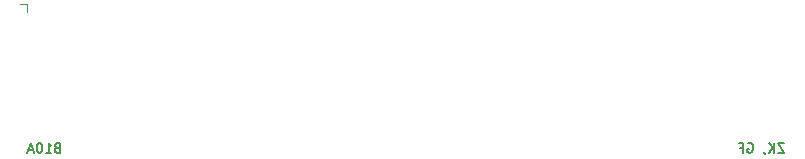
<source format=gbo>
G04 #@! TF.GenerationSoftware,KiCad,Pcbnew,7.0.10*
G04 #@! TF.CreationDate,2024-03-18T20:49:09-04:00*
G04 #@! TF.ProjectId,GR8RAM,47523852-414d-42e6-9b69-6361645f7063,1.0*
G04 #@! TF.SameCoordinates,Original*
G04 #@! TF.FileFunction,Legend,Bot*
G04 #@! TF.FilePolarity,Positive*
%FSLAX46Y46*%
G04 Gerber Fmt 4.6, Leading zero omitted, Abs format (unit mm)*
G04 Created by KiCad (PCBNEW 7.0.10) date 2024-03-18 20:49:09*
%MOMM*%
%LPD*%
G01*
G04 APERTURE LIST*
G04 Aperture macros list*
%AMRoundRect*
0 Rectangle with rounded corners*
0 $1 Rounding radius*
0 $2 $3 $4 $5 $6 $7 $8 $9 X,Y pos of 4 corners*
0 Add a 4 corners polygon primitive as box body*
4,1,4,$2,$3,$4,$5,$6,$7,$8,$9,$2,$3,0*
0 Add four circle primitives for the rounded corners*
1,1,$1+$1,$2,$3*
1,1,$1+$1,$4,$5*
1,1,$1+$1,$6,$7*
1,1,$1+$1,$8,$9*
0 Add four rect primitives between the rounded corners*
20,1,$1+$1,$2,$3,$4,$5,0*
20,1,$1+$1,$4,$5,$6,$7,0*
20,1,$1+$1,$6,$7,$8,$9,0*
20,1,$1+$1,$8,$9,$2,$3,0*%
G04 Aperture macros list end*
%ADD10C,0.203200*%
%ADD11C,0.120000*%
%ADD12C,0.000000*%
%ADD13RoundRect,0.419100X0.419100X3.327100X-0.419100X3.327100X-0.419100X-3.327100X0.419100X-3.327100X0*%
%ADD14C,2.152400*%
%ADD15C,1.448000*%
%ADD16C,2.527300*%
%ADD17C,1.143000*%
%ADD18C,0.939800*%
G04 APERTURE END LIST*
D10*
X134396237Y-129473649D02*
X133854371Y-129473649D01*
X133854371Y-129473649D02*
X134396237Y-130286449D01*
X134396237Y-130286449D02*
X133854371Y-130286449D01*
X133544733Y-130286449D02*
X133544733Y-129473649D01*
X133080276Y-130286449D02*
X133428618Y-129821992D01*
X133080276Y-129473649D02*
X133544733Y-129938106D01*
X132693228Y-130247745D02*
X132693228Y-130286449D01*
X132693228Y-130286449D02*
X132731933Y-130363859D01*
X132731933Y-130363859D02*
X132770637Y-130402564D01*
X131299856Y-129512354D02*
X131377266Y-129473649D01*
X131377266Y-129473649D02*
X131493380Y-129473649D01*
X131493380Y-129473649D02*
X131609494Y-129512354D01*
X131609494Y-129512354D02*
X131686904Y-129589764D01*
X131686904Y-129589764D02*
X131725609Y-129667173D01*
X131725609Y-129667173D02*
X131764313Y-129821992D01*
X131764313Y-129821992D02*
X131764313Y-129938106D01*
X131764313Y-129938106D02*
X131725609Y-130092925D01*
X131725609Y-130092925D02*
X131686904Y-130170335D01*
X131686904Y-130170335D02*
X131609494Y-130247745D01*
X131609494Y-130247745D02*
X131493380Y-130286449D01*
X131493380Y-130286449D02*
X131415971Y-130286449D01*
X131415971Y-130286449D02*
X131299856Y-130247745D01*
X131299856Y-130247745D02*
X131261152Y-130209040D01*
X131261152Y-130209040D02*
X131261152Y-129938106D01*
X131261152Y-129938106D02*
X131415971Y-129938106D01*
X130641875Y-129860697D02*
X130912809Y-129860697D01*
X130912809Y-130286449D02*
X130912809Y-129473649D01*
X130912809Y-129473649D02*
X130525761Y-129473649D01*
X72819380Y-129860697D02*
X72703266Y-129899402D01*
X72703266Y-129899402D02*
X72664561Y-129938106D01*
X72664561Y-129938106D02*
X72625857Y-130015516D01*
X72625857Y-130015516D02*
X72625857Y-130131630D01*
X72625857Y-130131630D02*
X72664561Y-130209040D01*
X72664561Y-130209040D02*
X72703266Y-130247745D01*
X72703266Y-130247745D02*
X72780676Y-130286449D01*
X72780676Y-130286449D02*
X73090314Y-130286449D01*
X73090314Y-130286449D02*
X73090314Y-129473649D01*
X73090314Y-129473649D02*
X72819380Y-129473649D01*
X72819380Y-129473649D02*
X72741971Y-129512354D01*
X72741971Y-129512354D02*
X72703266Y-129551059D01*
X72703266Y-129551059D02*
X72664561Y-129628468D01*
X72664561Y-129628468D02*
X72664561Y-129705878D01*
X72664561Y-129705878D02*
X72703266Y-129783287D01*
X72703266Y-129783287D02*
X72741971Y-129821992D01*
X72741971Y-129821992D02*
X72819380Y-129860697D01*
X72819380Y-129860697D02*
X73090314Y-129860697D01*
X71851761Y-130286449D02*
X72316218Y-130286449D01*
X72083990Y-130286449D02*
X72083990Y-129473649D01*
X72083990Y-129473649D02*
X72161399Y-129589764D01*
X72161399Y-129589764D02*
X72238809Y-129667173D01*
X72238809Y-129667173D02*
X72316218Y-129705878D01*
X71348600Y-129473649D02*
X71271190Y-129473649D01*
X71271190Y-129473649D02*
X71193781Y-129512354D01*
X71193781Y-129512354D02*
X71155076Y-129551059D01*
X71155076Y-129551059D02*
X71116371Y-129628468D01*
X71116371Y-129628468D02*
X71077666Y-129783287D01*
X71077666Y-129783287D02*
X71077666Y-129976811D01*
X71077666Y-129976811D02*
X71116371Y-130131630D01*
X71116371Y-130131630D02*
X71155076Y-130209040D01*
X71155076Y-130209040D02*
X71193781Y-130247745D01*
X71193781Y-130247745D02*
X71271190Y-130286449D01*
X71271190Y-130286449D02*
X71348600Y-130286449D01*
X71348600Y-130286449D02*
X71426009Y-130247745D01*
X71426009Y-130247745D02*
X71464714Y-130209040D01*
X71464714Y-130209040D02*
X71503419Y-130131630D01*
X71503419Y-130131630D02*
X71542123Y-129976811D01*
X71542123Y-129976811D02*
X71542123Y-129783287D01*
X71542123Y-129783287D02*
X71503419Y-129628468D01*
X71503419Y-129628468D02*
X71464714Y-129551059D01*
X71464714Y-129551059D02*
X71426009Y-129512354D01*
X71426009Y-129512354D02*
X71348600Y-129473649D01*
X70768028Y-130054221D02*
X70380981Y-130054221D01*
X70845438Y-130286449D02*
X70574505Y-129473649D01*
X70574505Y-129473649D02*
X70303571Y-130286449D01*
D11*
X70294500Y-117729000D02*
X69659500Y-117729000D01*
X70294500Y-118364000D02*
X70294500Y-117729000D01*
%LPC*%
D12*
G36*
X139700000Y-139446000D02*
G01*
X139192000Y-139954000D01*
X74168000Y-139954000D01*
X73660000Y-139446000D01*
X73660000Y-132080000D01*
X139700000Y-132080000D01*
X139700000Y-139446000D01*
G37*
D13*
X137160000Y-135282000D03*
X134620000Y-135282000D03*
X132080000Y-135282000D03*
X129540000Y-135282000D03*
X127000000Y-135282000D03*
X124460000Y-135282000D03*
X121920000Y-135282000D03*
X119380000Y-135282000D03*
X116840000Y-135282000D03*
X114300000Y-135282000D03*
X111760000Y-135282000D03*
X109220000Y-135282000D03*
X106680000Y-135282000D03*
X104140000Y-135282000D03*
X101600000Y-135282000D03*
X99060000Y-135282000D03*
X96520000Y-135282000D03*
X93980000Y-135282000D03*
X91440000Y-135282000D03*
X88900000Y-135282000D03*
X86360000Y-135282000D03*
X83820000Y-135282000D03*
X81280000Y-135282000D03*
X78740000Y-135282000D03*
X76200000Y-135282000D03*
D14*
X140462000Y-129540000D03*
D15*
X140462000Y-82423000D03*
X57023000Y-84709000D03*
X143002000Y-127000000D03*
D16*
X71564500Y-117094000D03*
D17*
X69024500Y-117094000D03*
D16*
X66484500Y-117094000D03*
X71564500Y-122809000D03*
X66484500Y-122809000D03*
D17*
X70040500Y-124714000D03*
X68008500Y-124714000D03*
D15*
X48133000Y-127000000D03*
D16*
X71564500Y-117094000D03*
D17*
X69024500Y-117094000D03*
D16*
X66484500Y-117094000D03*
X71564500Y-122809000D03*
X66484500Y-122809000D03*
D17*
X70040500Y-124714000D03*
X68008500Y-124714000D03*
D18*
X69659500Y-118364000D03*
X69659500Y-119634000D03*
X69659500Y-120904000D03*
X69659500Y-122174000D03*
X69659500Y-123444000D03*
X68389500Y-123444000D03*
X68389500Y-122174000D03*
X68389500Y-120904000D03*
X68389500Y-119634000D03*
X68389500Y-118364000D03*
%LPD*%
M02*

</source>
